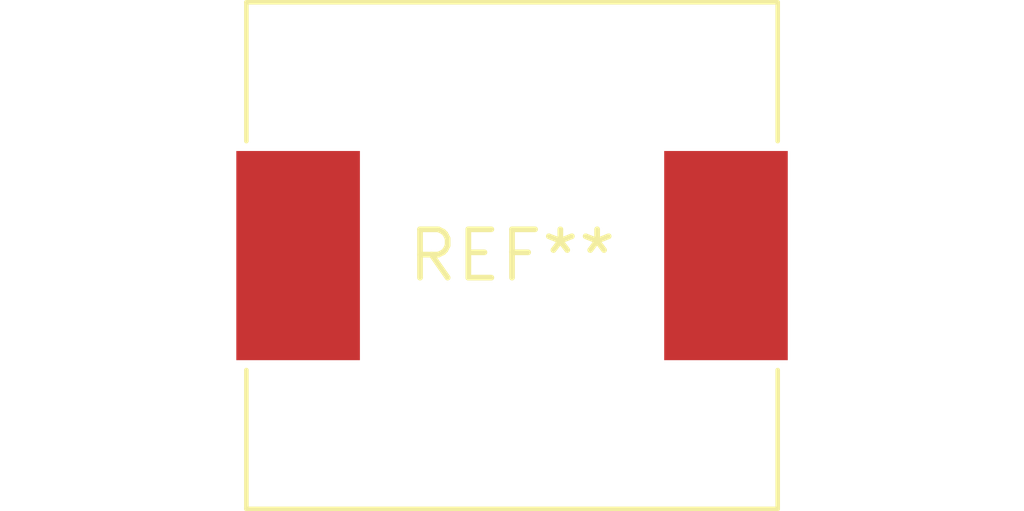
<source format=kicad_pcb>
(kicad_pcb (version 20240108) (generator pcbnew)
  (layers (0 "F.Cu" signal) (31 "B.Cu" signal) (34 "B.Paste" user) (35 "F.Paste" user) (36 "B.SilkS" user "B.Silkscreen") (37 "F.SilkS" user "F.Silkscreen") (38 "B.Mask" user) (39 "F.Mask" user) (44 "Edge.Cuts" user))
  (net 0 "")
  (footprint "L_Sunlord_MWSA1204S-3R3" (layer "F.Cu") (at 0 0)
    (property "Reference" "REF**")
    (property "Value" "L_Sunlord_MWSA1204S-3R3")
    (fp_line (start -6.985 -6.66) (end -6.985 -3.01) (layer "F.SilkS") (stroke (width 0.12)))
    (fp_line (start -6.985 -6.66) (end 6.985 -6.66) (layer "F.SilkS") (stroke (width 0.12)))
    (fp_line (start -6.985 6.66) (end -6.985 3.01) (layer "F.SilkS") (stroke (width 0.12)))
    (fp_line (start -6.985 6.66) (end 6.985 6.66) (layer "F.SilkS") (stroke (width 0.12)))
    (fp_line (start 6.985 -6.66) (end 6.985 -3.01) (layer "F.SilkS") (stroke (width 0.12)))
    (fp_line (start 6.985 6.66) (end 6.985 3.01) (layer "F.SilkS") (stroke (width 0.12)))
    (pad "1" smd rect (at -5.625 0) (size 3.25 5.5) (layers "F.Cu" "F.Paste" "F.Mask"))
    (pad "2" smd rect (at 5.625 0) (size 3.25 5.5) (layers "F.Cu" "F.Paste" "F.Mask"))
  )
)
</source>
